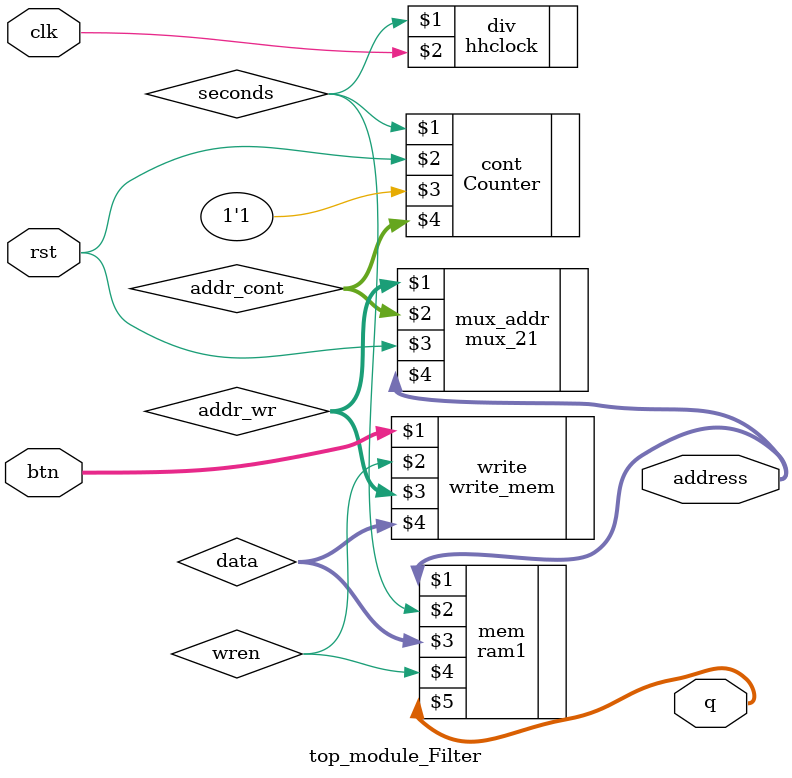
<source format=sv>
module top_module_Filter(input logic clk, rst,
								input logic [2:0] btn,
								output logic [7:0] q,
								output logic [7:0] address);

logic wren, seconds;
logic [7:0] data, addr_wr, addr_cont;

ram1 mem(address, seconds, data, wren, q);
Counter cont(seconds, rst, 1'b1, addr_cont);
hhclock div(seconds, clk);
write_mem write(btn, wren, addr_wr, data);
mux_21 mux_addr(addr_wr, addr_cont, rst, address);	
							
endmodule
											
											
</source>
